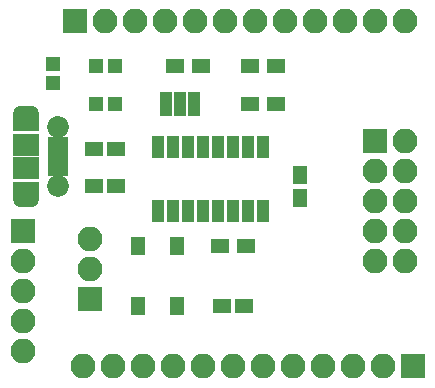
<source format=gts>
G04 #@! TF.FileFunction,Soldermask,Top*
%FSLAX46Y46*%
G04 Gerber Fmt 4.6, Leading zero omitted, Abs format (unit mm)*
G04 Created by KiCad (PCBNEW 4.0.7-e2-6376~58~ubuntu17.04.1) date Sat Oct 28 19:32:16 2017*
%MOMM*%
%LPD*%
G01*
G04 APERTURE LIST*
%ADD10C,0.100000*%
%ADD11R,1.600000X1.150000*%
%ADD12R,1.150000X1.600000*%
%ADD13R,1.200000X1.200000*%
%ADD14R,1.000000X1.900000*%
%ADD15R,2.300000X1.900000*%
%ADD16C,1.850000*%
%ADD17R,1.750000X0.800000*%
%ADD18O,2.300000X1.600000*%
%ADD19R,2.300000X1.600000*%
%ADD20R,2.100000X2.100000*%
%ADD21O,2.100000X2.100000*%
%ADD22R,1.600000X1.300000*%
%ADD23R,1.100000X2.100000*%
%ADD24R,1.300000X1.600000*%
G04 APERTURE END LIST*
D10*
D11*
X140655000Y-107315000D03*
X142555000Y-107315000D03*
X140655000Y-110490000D03*
X142555000Y-110490000D03*
X153350000Y-120650000D03*
X151450000Y-120650000D03*
D12*
X158115000Y-111440000D03*
X158115000Y-109540000D03*
D13*
X142405000Y-100330000D03*
X140805000Y-100330000D03*
X142405000Y-103505000D03*
X140805000Y-103505000D03*
X137160000Y-101765000D03*
X137160000Y-100165000D03*
D14*
X154940000Y-107155000D03*
X153670000Y-107155000D03*
X152400000Y-107155000D03*
X151130000Y-107155000D03*
X149860000Y-107155000D03*
X148590000Y-107155000D03*
X147320000Y-107155000D03*
X146050000Y-107155000D03*
X146050000Y-112555000D03*
X147320000Y-112555000D03*
X148590000Y-112555000D03*
X149860000Y-112555000D03*
X151130000Y-112555000D03*
X152400000Y-112555000D03*
X153670000Y-112555000D03*
X154940000Y-112555000D03*
D15*
X134905000Y-108950000D03*
D16*
X137605000Y-105450000D03*
D17*
X137605000Y-107300000D03*
X137605000Y-106650000D03*
X137605000Y-109250000D03*
X137605000Y-108600000D03*
X137605000Y-107950000D03*
D16*
X137605000Y-110450000D03*
D15*
X134905000Y-106950000D03*
D18*
X134905000Y-104450000D03*
X134905000Y-111450000D03*
D19*
X134905000Y-110850000D03*
X134905000Y-105050000D03*
D20*
X164465000Y-106680000D03*
D21*
X167005000Y-106680000D03*
X164465000Y-109220000D03*
X167005000Y-109220000D03*
X164465000Y-111760000D03*
X167005000Y-111760000D03*
X164465000Y-114300000D03*
X167005000Y-114300000D03*
X164465000Y-116840000D03*
X167005000Y-116840000D03*
D20*
X140335000Y-120015000D03*
D21*
X140335000Y-117475000D03*
X140335000Y-114935000D03*
D22*
X149690000Y-100330000D03*
X147490000Y-100330000D03*
X156040000Y-100330000D03*
X153840000Y-100330000D03*
X151300000Y-115570000D03*
X153500000Y-115570000D03*
X153840000Y-103505000D03*
X156040000Y-103505000D03*
D23*
X146755000Y-103505000D03*
X147955000Y-103505000D03*
X149155000Y-103505000D03*
D20*
X167640000Y-125730000D03*
D21*
X165100000Y-125730000D03*
X162560000Y-125730000D03*
X160020000Y-125730000D03*
X157480000Y-125730000D03*
X154940000Y-125730000D03*
X152400000Y-125730000D03*
X149860000Y-125730000D03*
X147320000Y-125730000D03*
X144780000Y-125730000D03*
X142240000Y-125730000D03*
X139700000Y-125730000D03*
D20*
X134620000Y-114300000D03*
D21*
X134620000Y-116840000D03*
X134620000Y-119380000D03*
X134620000Y-121920000D03*
X134620000Y-124460000D03*
D20*
X139065000Y-96520000D03*
D21*
X141605000Y-96520000D03*
X144145000Y-96520000D03*
X146685000Y-96520000D03*
X149225000Y-96520000D03*
X151765000Y-96520000D03*
X154305000Y-96520000D03*
X156845000Y-96520000D03*
X159385000Y-96520000D03*
X161925000Y-96520000D03*
X164465000Y-96520000D03*
X167005000Y-96520000D03*
D24*
X147700000Y-115570000D03*
X144400000Y-115570000D03*
X144400000Y-120650000D03*
X147700000Y-120650000D03*
M02*

</source>
